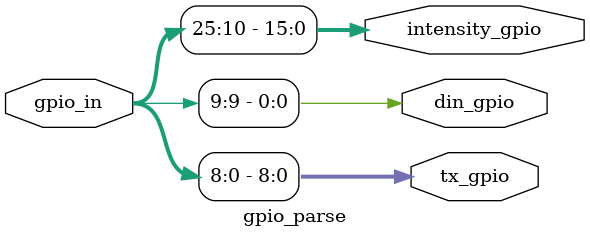
<source format=v>
module gpio_parse(gpio_in, tx_gpio, din_gpio, intensity_gpio);

    input [25:0] gpio_in;
    output [8:0] tx_gpio;
    output din_gpio;
    output [15:0] intensity_gpio;
    
    assign tx_gpio [8:0] = gpio_in[8:0];
    assign din_gpio = gpio_in[9];
    assign intensity_gpio [15:0] = gpio_in[25:10];

endmodule

</source>
